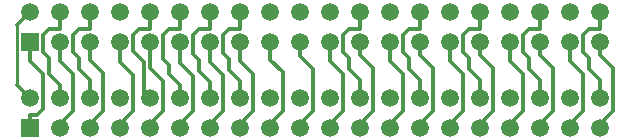
<source format=gbr>
G04 DipTrace 3.0.0.2*
G04 Bottom.gbr*
%MOMM*%
G04 #@! TF.FileFunction,Copper,L2,Bot*
G04 #@! TF.Part,Single*
G04 #@! TA.AperFunction,Conductor*
%ADD10C,0.254*%
%ADD13C,0.3048*%
G04 #@! TA.AperFunction,ComponentPad*
%ADD14R,1.5X1.5*%
%ADD15C,1.5*%
%FSLAX35Y35*%
G04*
G71*
G90*
G75*
G01*
G04 Bottom*
%LPD*%
X166333Y888000D2*
D13*
Y726640D1*
X275560Y617413D1*
Y325360D1*
X224760Y274560D1*
X165000D1*
Y164000D1*
X420333Y888000D2*
Y726640D1*
X529560Y617413D1*
Y310120D1*
X419000Y199560D1*
Y164000D1*
X674333Y888000D2*
Y734220D1*
X783560Y624993D1*
Y310120D1*
X673000Y199560D1*
Y164000D1*
X928333Y888000D2*
Y718990D1*
X1037560Y609763D1*
Y310120D1*
X927000Y199560D1*
Y164000D1*
X1182333Y888000D2*
Y672130D1*
X1291560Y562903D1*
Y310120D1*
X1181000Y199560D1*
Y164000D1*
X1436333Y888000D2*
Y713610D1*
X1545560Y604383D1*
Y310120D1*
X1435000Y199560D1*
Y164000D1*
X1690333Y888000D2*
Y720170D1*
X1799560Y610943D1*
Y310120D1*
X1689000Y199560D1*
Y164000D1*
X1944333Y888000D2*
Y731720D1*
X2053560Y622493D1*
Y310120D1*
X1943000Y199560D1*
Y164000D1*
X2198333Y888000D2*
Y741850D1*
X2307560Y632623D1*
Y310120D1*
X2197000Y199560D1*
Y164000D1*
X2452333Y888000D2*
Y769530D1*
X2561560Y660303D1*
Y310120D1*
X2451000Y199560D1*
Y164000D1*
X2706333Y888000D2*
Y726640D1*
X2815560Y617413D1*
Y310120D1*
X2705000Y199560D1*
Y164000D1*
X2960333Y888000D2*
Y777440D1*
X3069560Y668213D1*
Y310120D1*
X2959000Y199560D1*
Y164000D1*
X3214333Y888000D2*
Y726640D1*
X3323560Y617413D1*
Y310120D1*
X3213000Y199560D1*
Y164000D1*
X3468333Y888000D2*
Y777440D1*
X3577560Y668213D1*
Y310120D1*
X3467000Y199560D1*
Y164000D1*
X3722333Y888000D2*
Y726640D1*
X3831560Y617413D1*
Y310120D1*
X3721000Y199560D1*
Y164000D1*
X3976333Y888000D2*
Y777440D1*
X4085560Y668213D1*
Y310120D1*
X3975000Y199560D1*
Y164000D1*
X4230333Y888000D2*
Y726640D1*
X4339560Y617413D1*
Y310120D1*
X4229000Y199560D1*
Y164000D1*
X4484333Y888000D2*
Y777440D1*
X4593560Y668213D1*
Y310120D1*
X4483000Y199560D1*
Y164000D1*
X4738333Y888000D2*
Y726640D1*
X4847560Y617413D1*
Y310120D1*
X4737000Y199560D1*
Y164000D1*
X4992333Y888000D2*
Y777440D1*
X5101560Y668213D1*
Y310120D1*
X4991000Y199560D1*
Y164000D1*
X4992333Y1142000D2*
Y998560D1*
X4899700D1*
X4848900Y947760D1*
Y802170D1*
X4898360Y752710D1*
Y659260D1*
X4991000Y566620D1*
Y418000D1*
X4484333Y1142000D2*
Y998560D1*
X4391700D1*
X4340900Y947760D1*
Y802170D1*
X4390360Y752710D1*
Y659260D1*
X4483000Y566620D1*
Y418000D1*
X3976333Y1142000D2*
Y998560D1*
X3883700D1*
X3832900Y947760D1*
Y802170D1*
X3882360Y752710D1*
Y659260D1*
X3975000Y566620D1*
Y418000D1*
X3468333Y1142000D2*
Y998560D1*
X3375700D1*
X3324900Y947760D1*
Y802170D1*
X3374360Y752710D1*
Y659260D1*
X3467000Y566620D1*
Y418000D1*
X2960333Y1142000D2*
Y998560D1*
X2867700D1*
X2816900Y947760D1*
Y802170D1*
X2866360Y752710D1*
Y659260D1*
X2959000Y566620D1*
Y418000D1*
X166333Y1142000D2*
X55333Y1031000D1*
D10*
Y527667D1*
D13*
X165000Y418000D1*
X420333Y1142000D2*
Y998560D1*
X327700D1*
X276900Y947760D1*
Y802170D1*
X326360Y752710D1*
Y621200D1*
X419000Y528560D1*
Y418000D1*
X674333Y1142000D2*
Y998560D1*
X581700D1*
X530900Y947760D1*
Y802170D1*
X580360Y752710D1*
Y659260D1*
X673000Y566620D1*
Y418000D1*
X1182333Y1142000D2*
Y998560D1*
X1089700D1*
X1038900Y947760D1*
Y816110D1*
X1131533Y723477D1*
Y467467D1*
X1181000Y418000D1*
X1436333Y1142000D2*
Y998560D1*
X1343700D1*
X1292900Y947760D1*
Y747660D1*
X1342360Y698200D1*
Y621200D1*
X1435000Y528560D1*
Y418000D1*
X1690333Y1142000D2*
Y998560D1*
X1597700D1*
X1546900Y947760D1*
Y789140D1*
X1596360Y739680D1*
Y646230D1*
X1689000Y553590D1*
Y418000D1*
X1944333Y1142000D2*
Y998560D1*
X1851700D1*
X1800900Y947760D1*
Y795700D1*
X1850360Y746240D1*
Y652790D1*
X1943000Y560150D1*
Y418000D1*
D14*
X165000Y164000D3*
D15*
Y418000D3*
X419000Y164000D3*
Y418000D3*
X673000Y164000D3*
Y418000D3*
X927000Y164000D3*
Y418000D3*
X1181000Y164000D3*
Y418000D3*
X1435000Y164000D3*
Y418000D3*
X1689000Y164000D3*
Y418000D3*
X1943000Y164000D3*
Y418000D3*
X2197000Y164000D3*
Y418000D3*
X2451000Y164000D3*
Y418000D3*
X2705000Y164000D3*
Y418000D3*
X2959000Y164000D3*
Y418000D3*
X3213000Y164000D3*
Y418000D3*
X3467000Y164000D3*
Y418000D3*
X3721000Y164000D3*
Y418000D3*
X3975000Y164000D3*
Y418000D3*
X4229000Y164000D3*
Y418000D3*
X4483000Y164000D3*
Y418000D3*
X4737000Y164000D3*
Y418000D3*
X4991000Y164000D3*
Y418000D3*
D14*
X166333Y888000D3*
D15*
Y1142000D3*
X420333Y888000D3*
Y1142000D3*
X674333Y888000D3*
Y1142000D3*
X928333Y888000D3*
Y1142000D3*
X1182333Y888000D3*
Y1142000D3*
X1436333Y888000D3*
Y1142000D3*
X1690333Y888000D3*
Y1142000D3*
X1944333Y888000D3*
Y1142000D3*
X2198333Y888000D3*
Y1142000D3*
X2452333Y888000D3*
Y1142000D3*
X2706333Y888000D3*
Y1142000D3*
X2960333Y888000D3*
Y1142000D3*
X3214333Y888000D3*
Y1142000D3*
X3468333Y888000D3*
Y1142000D3*
X3722333Y888000D3*
Y1142000D3*
X3976333Y888000D3*
Y1142000D3*
X4230333Y888000D3*
Y1142000D3*
X4484333Y888000D3*
Y1142000D3*
X4738333Y888000D3*
Y1142000D3*
X4992333Y888000D3*
Y1142000D3*
M02*

</source>
